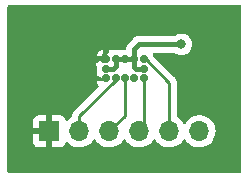
<source format=gbr>
%TF.GenerationSoftware,KiCad,Pcbnew,6.0.2+dfsg-1*%
%TF.CreationDate,2025-02-13T13:53:20+01:00*%
%TF.ProjectId,VL53L0X10,564c3533-4c30-4583-9130-2e6b69636164,rev?*%
%TF.SameCoordinates,Original*%
%TF.FileFunction,Copper,L1,Top*%
%TF.FilePolarity,Positive*%
%FSLAX46Y46*%
G04 Gerber Fmt 4.6, Leading zero omitted, Abs format (unit mm)*
G04 Created by KiCad (PCBNEW 6.0.2+dfsg-1) date 2025-02-13 13:53:20*
%MOMM*%
%LPD*%
G01*
G04 APERTURE LIST*
G04 Aperture macros list*
%AMRoundRect*
0 Rectangle with rounded corners*
0 $1 Rounding radius*
0 $2 $3 $4 $5 $6 $7 $8 $9 X,Y pos of 4 corners*
0 Add a 4 corners polygon primitive as box body*
4,1,4,$2,$3,$4,$5,$6,$7,$8,$9,$2,$3,0*
0 Add four circle primitives for the rounded corners*
1,1,$1+$1,$2,$3*
1,1,$1+$1,$4,$5*
1,1,$1+$1,$6,$7*
1,1,$1+$1,$8,$9*
0 Add four rect primitives between the rounded corners*
20,1,$1+$1,$2,$3,$4,$5,0*
20,1,$1+$1,$4,$5,$6,$7,0*
20,1,$1+$1,$6,$7,$8,$9,0*
20,1,$1+$1,$8,$9,$2,$3,0*%
G04 Aperture macros list end*
%TA.AperFunction,SMDPad,CuDef*%
%ADD10RoundRect,0.087500X-0.152500X-0.087500X0.152500X-0.087500X0.152500X0.087500X-0.152500X0.087500X0*%
%TD*%
%TA.AperFunction,SMDPad,CuDef*%
%ADD11RoundRect,0.150000X-0.150000X-0.150000X0.150000X-0.150000X0.150000X0.150000X-0.150000X0.150000X0*%
%TD*%
%TA.AperFunction,ComponentPad*%
%ADD12R,1.700000X1.700000*%
%TD*%
%TA.AperFunction,ComponentPad*%
%ADD13O,1.700000X1.700000*%
%TD*%
%TA.AperFunction,ViaPad*%
%ADD14C,0.800000*%
%TD*%
%TA.AperFunction,Conductor*%
%ADD15C,0.400000*%
%TD*%
%TA.AperFunction,Conductor*%
%ADD16C,0.250000*%
%TD*%
G04 APERTURE END LIST*
D10*
%TO.P,U1,1,AVDDVCSEL*%
%TO.N,+3V3*%
X146900000Y-97673000D03*
D11*
X147040000Y-97548000D03*
%TO.P,U1,2,AVSSVCSEL*%
%TO.N,GND*%
X147840000Y-97548000D03*
%TO.P,U1,3,GND*%
X148640000Y-97548000D03*
%TO.P,U1,4,GND*%
X149440000Y-97548000D03*
%TO.P,U1,5,XSHUT*%
%TO.N,/XSHUT*%
X150240000Y-97548000D03*
%TO.P,U1,6,GND*%
%TO.N,GND*%
X150240000Y-98348000D03*
%TO.P,U1,7,GPIO1*%
%TO.N,/GPIO1*%
X150240000Y-99148000D03*
%TO.P,U1,8,DNC*%
%TO.N,unconnected-(U1-Pad8)*%
X149440000Y-99148000D03*
%TO.P,U1,9,SDA*%
%TO.N,/SDA*%
X148640000Y-99148000D03*
%TO.P,U1,10,SCL*%
%TO.N,/SCL*%
X147840000Y-99148000D03*
%TO.P,U1,11,AVDD*%
%TO.N,+3V3*%
X147040000Y-99148000D03*
%TO.P,U1,12,GND*%
%TO.N,GND*%
X147040000Y-98348000D03*
%TD*%
D12*
%TO.P,J1,1,Pin_1*%
%TO.N,+3V3*%
X142240000Y-103632000D03*
D13*
%TO.P,J1,2,Pin_2*%
%TO.N,/SCL*%
X144780000Y-103632000D03*
%TO.P,J1,3,Pin_3*%
%TO.N,/SDA*%
X147320000Y-103632000D03*
%TO.P,J1,4,Pin_4*%
%TO.N,/GPIO1*%
X149860000Y-103632000D03*
%TO.P,J1,5,Pin_5*%
%TO.N,/XSHUT*%
X152400000Y-103632000D03*
%TO.P,J1,6,Pin_6*%
%TO.N,GND*%
X154940000Y-103632000D03*
%TD*%
D14*
%TO.N,+3V3*%
X145288000Y-98298000D03*
%TO.N,GND*%
X153416000Y-96266000D03*
%TD*%
D15*
%TO.N,GND*%
X147040000Y-98348000D02*
X147612000Y-98348000D01*
X149860000Y-96266000D02*
X153416000Y-96266000D01*
X149440000Y-97548000D02*
X149440000Y-98220000D01*
X149440000Y-96686000D02*
X149860000Y-96266000D01*
X147840000Y-98120000D02*
X147840000Y-97548000D01*
X149440000Y-98220000D02*
X149568000Y-98348000D01*
X147840000Y-97548000D02*
X148640000Y-97548000D01*
X148640000Y-97548000D02*
X149440000Y-97548000D01*
X149568000Y-98348000D02*
X150240000Y-98348000D01*
X147612000Y-98348000D02*
X147840000Y-98120000D01*
X149440000Y-97548000D02*
X149440000Y-96686000D01*
D16*
%TO.N,/XSHUT*%
X150240000Y-97548000D02*
X150411072Y-97548000D01*
X152400000Y-99536928D02*
X152400000Y-103632000D01*
X150411072Y-97548000D02*
X152400000Y-99536928D01*
%TO.N,/SCL*%
X144780000Y-102379072D02*
X144780000Y-103632000D01*
X147840000Y-99319072D02*
X144780000Y-102379072D01*
X147840000Y-99148000D02*
X147840000Y-99319072D01*
%TO.N,/SDA*%
X148640000Y-102312000D02*
X147320000Y-103632000D01*
X148640000Y-99148000D02*
X148640000Y-102312000D01*
%TO.N,/GPIO1*%
X150240000Y-103252000D02*
X149860000Y-103632000D01*
X150240000Y-99148000D02*
X150240000Y-103252000D01*
%TD*%
%TA.AperFunction,Conductor*%
%TO.N,+3V3*%
G36*
X158438121Y-92984002D02*
G01*
X158484614Y-93037658D01*
X158496000Y-93090000D01*
X158496000Y-107062000D01*
X158475998Y-107130121D01*
X158422342Y-107176614D01*
X158370000Y-107188000D01*
X138810000Y-107188000D01*
X138741879Y-107167998D01*
X138695386Y-107114342D01*
X138684000Y-107062000D01*
X138684000Y-104526669D01*
X140882001Y-104526669D01*
X140882371Y-104533490D01*
X140887895Y-104584352D01*
X140891521Y-104599604D01*
X140936676Y-104720054D01*
X140945214Y-104735649D01*
X141021715Y-104837724D01*
X141034276Y-104850285D01*
X141136351Y-104926786D01*
X141151946Y-104935324D01*
X141272394Y-104980478D01*
X141287649Y-104984105D01*
X141338514Y-104989631D01*
X141345328Y-104990000D01*
X141967885Y-104990000D01*
X141983124Y-104985525D01*
X141984329Y-104984135D01*
X141986000Y-104976452D01*
X141986000Y-104971884D01*
X142494000Y-104971884D01*
X142498475Y-104987123D01*
X142499865Y-104988328D01*
X142507548Y-104989999D01*
X143134669Y-104989999D01*
X143141490Y-104989629D01*
X143192352Y-104984105D01*
X143207604Y-104980479D01*
X143328054Y-104935324D01*
X143343649Y-104926786D01*
X143445724Y-104850285D01*
X143458285Y-104837724D01*
X143534786Y-104735649D01*
X143543324Y-104720054D01*
X143584225Y-104610952D01*
X143626867Y-104554188D01*
X143693428Y-104529488D01*
X143762777Y-104544696D01*
X143797444Y-104572684D01*
X143822865Y-104602031D01*
X143822869Y-104602035D01*
X143826250Y-104605938D01*
X143998126Y-104748632D01*
X144191000Y-104861338D01*
X144399692Y-104941030D01*
X144404760Y-104942061D01*
X144404763Y-104942062D01*
X144512017Y-104963883D01*
X144618597Y-104985567D01*
X144623772Y-104985757D01*
X144623774Y-104985757D01*
X144836673Y-104993564D01*
X144836677Y-104993564D01*
X144841837Y-104993753D01*
X144846957Y-104993097D01*
X144846959Y-104993097D01*
X145058288Y-104966025D01*
X145058289Y-104966025D01*
X145063416Y-104965368D01*
X145068366Y-104963883D01*
X145272429Y-104902661D01*
X145272434Y-104902659D01*
X145277384Y-104901174D01*
X145477994Y-104802896D01*
X145659860Y-104673173D01*
X145818096Y-104515489D01*
X145948453Y-104334077D01*
X145949776Y-104335028D01*
X145996645Y-104291857D01*
X146066580Y-104279625D01*
X146132026Y-104307144D01*
X146159875Y-104338994D01*
X146219987Y-104437088D01*
X146366250Y-104605938D01*
X146538126Y-104748632D01*
X146731000Y-104861338D01*
X146939692Y-104941030D01*
X146944760Y-104942061D01*
X146944763Y-104942062D01*
X147052017Y-104963883D01*
X147158597Y-104985567D01*
X147163772Y-104985757D01*
X147163774Y-104985757D01*
X147376673Y-104993564D01*
X147376677Y-104993564D01*
X147381837Y-104993753D01*
X147386957Y-104993097D01*
X147386959Y-104993097D01*
X147598288Y-104966025D01*
X147598289Y-104966025D01*
X147603416Y-104965368D01*
X147608366Y-104963883D01*
X147812429Y-104902661D01*
X147812434Y-104902659D01*
X147817384Y-104901174D01*
X148017994Y-104802896D01*
X148199860Y-104673173D01*
X148358096Y-104515489D01*
X148488453Y-104334077D01*
X148489776Y-104335028D01*
X148536645Y-104291857D01*
X148606580Y-104279625D01*
X148672026Y-104307144D01*
X148699875Y-104338994D01*
X148759987Y-104437088D01*
X148906250Y-104605938D01*
X149078126Y-104748632D01*
X149271000Y-104861338D01*
X149479692Y-104941030D01*
X149484760Y-104942061D01*
X149484763Y-104942062D01*
X149592017Y-104963883D01*
X149698597Y-104985567D01*
X149703772Y-104985757D01*
X149703774Y-104985757D01*
X149916673Y-104993564D01*
X149916677Y-104993564D01*
X149921837Y-104993753D01*
X149926957Y-104993097D01*
X149926959Y-104993097D01*
X150138288Y-104966025D01*
X150138289Y-104966025D01*
X150143416Y-104965368D01*
X150148366Y-104963883D01*
X150352429Y-104902661D01*
X150352434Y-104902659D01*
X150357384Y-104901174D01*
X150557994Y-104802896D01*
X150739860Y-104673173D01*
X150898096Y-104515489D01*
X151028453Y-104334077D01*
X151029776Y-104335028D01*
X151076645Y-104291857D01*
X151146580Y-104279625D01*
X151212026Y-104307144D01*
X151239875Y-104338994D01*
X151299987Y-104437088D01*
X151446250Y-104605938D01*
X151618126Y-104748632D01*
X151811000Y-104861338D01*
X152019692Y-104941030D01*
X152024760Y-104942061D01*
X152024763Y-104942062D01*
X152132017Y-104963883D01*
X152238597Y-104985567D01*
X152243772Y-104985757D01*
X152243774Y-104985757D01*
X152456673Y-104993564D01*
X152456677Y-104993564D01*
X152461837Y-104993753D01*
X152466957Y-104993097D01*
X152466959Y-104993097D01*
X152678288Y-104966025D01*
X152678289Y-104966025D01*
X152683416Y-104965368D01*
X152688366Y-104963883D01*
X152892429Y-104902661D01*
X152892434Y-104902659D01*
X152897384Y-104901174D01*
X153097994Y-104802896D01*
X153279860Y-104673173D01*
X153438096Y-104515489D01*
X153568453Y-104334077D01*
X153569776Y-104335028D01*
X153616645Y-104291857D01*
X153686580Y-104279625D01*
X153752026Y-104307144D01*
X153779875Y-104338994D01*
X153839987Y-104437088D01*
X153986250Y-104605938D01*
X154158126Y-104748632D01*
X154351000Y-104861338D01*
X154559692Y-104941030D01*
X154564760Y-104942061D01*
X154564763Y-104942062D01*
X154672017Y-104963883D01*
X154778597Y-104985567D01*
X154783772Y-104985757D01*
X154783774Y-104985757D01*
X154996673Y-104993564D01*
X154996677Y-104993564D01*
X155001837Y-104993753D01*
X155006957Y-104993097D01*
X155006959Y-104993097D01*
X155218288Y-104966025D01*
X155218289Y-104966025D01*
X155223416Y-104965368D01*
X155228366Y-104963883D01*
X155432429Y-104902661D01*
X155432434Y-104902659D01*
X155437384Y-104901174D01*
X155637994Y-104802896D01*
X155819860Y-104673173D01*
X155978096Y-104515489D01*
X156108453Y-104334077D01*
X156129320Y-104291857D01*
X156205136Y-104138453D01*
X156205137Y-104138451D01*
X156207430Y-104133811D01*
X156272370Y-103920069D01*
X156301529Y-103698590D01*
X156303156Y-103632000D01*
X156284852Y-103409361D01*
X156230431Y-103192702D01*
X156141354Y-102987840D01*
X156020014Y-102800277D01*
X155869670Y-102635051D01*
X155865616Y-102631849D01*
X155865615Y-102631848D01*
X155698414Y-102499800D01*
X155698410Y-102499798D01*
X155694359Y-102496598D01*
X155689831Y-102494098D01*
X155573988Y-102430150D01*
X155498789Y-102388638D01*
X155493920Y-102386914D01*
X155493916Y-102386912D01*
X155293087Y-102315795D01*
X155293083Y-102315794D01*
X155288212Y-102314069D01*
X155283119Y-102313162D01*
X155283116Y-102313161D01*
X155073373Y-102275800D01*
X155073367Y-102275799D01*
X155068284Y-102274894D01*
X154994452Y-102273992D01*
X154850081Y-102272228D01*
X154850079Y-102272228D01*
X154844911Y-102272165D01*
X154624091Y-102305955D01*
X154411756Y-102375357D01*
X154381443Y-102391137D01*
X154237975Y-102465822D01*
X154213607Y-102478507D01*
X154209474Y-102481610D01*
X154209471Y-102481612D01*
X154039100Y-102609530D01*
X154034965Y-102612635D01*
X153880629Y-102774138D01*
X153773201Y-102931621D01*
X153718293Y-102976621D01*
X153647768Y-102984792D01*
X153584021Y-102953538D01*
X153563324Y-102929054D01*
X153482822Y-102804617D01*
X153482820Y-102804614D01*
X153480014Y-102800277D01*
X153329670Y-102635051D01*
X153325616Y-102631849D01*
X153325615Y-102631848D01*
X153158414Y-102499800D01*
X153158410Y-102499798D01*
X153154359Y-102496598D01*
X153149835Y-102494101D01*
X153149831Y-102494098D01*
X153098608Y-102465822D01*
X153048636Y-102415390D01*
X153033500Y-102355513D01*
X153033500Y-99615695D01*
X153034027Y-99604512D01*
X153035702Y-99597019D01*
X153033562Y-99528928D01*
X153033500Y-99524971D01*
X153033500Y-99497072D01*
X153032996Y-99493081D01*
X153032063Y-99481239D01*
X153030923Y-99444964D01*
X153030674Y-99437039D01*
X153028462Y-99429425D01*
X153028461Y-99429420D01*
X153025023Y-99417587D01*
X153021012Y-99398223D01*
X153019467Y-99385992D01*
X153018474Y-99378131D01*
X153015557Y-99370764D01*
X153015556Y-99370759D01*
X153002198Y-99337020D01*
X152998354Y-99325793D01*
X152993220Y-99308123D01*
X152986018Y-99283335D01*
X152981697Y-99276028D01*
X152975707Y-99265900D01*
X152967012Y-99248152D01*
X152959552Y-99229311D01*
X152933564Y-99193541D01*
X152927048Y-99183621D01*
X152908580Y-99152393D01*
X152908578Y-99152390D01*
X152904542Y-99145566D01*
X152890221Y-99131245D01*
X152877380Y-99116211D01*
X152870131Y-99106234D01*
X152865472Y-99099821D01*
X152831395Y-99071630D01*
X152822616Y-99063640D01*
X151065333Y-97306357D01*
X151033431Y-97252414D01*
X150999509Y-97135652D01*
X150999712Y-97064656D01*
X151038266Y-97005040D01*
X151102931Y-96975732D01*
X151120506Y-96974500D01*
X152804595Y-96974500D01*
X152872716Y-96994502D01*
X152878656Y-96998564D01*
X152959248Y-97057118D01*
X152965276Y-97059802D01*
X152965278Y-97059803D01*
X153117493Y-97127573D01*
X153133712Y-97134794D01*
X153227113Y-97154647D01*
X153314056Y-97173128D01*
X153314061Y-97173128D01*
X153320513Y-97174500D01*
X153511487Y-97174500D01*
X153517939Y-97173128D01*
X153517944Y-97173128D01*
X153604887Y-97154647D01*
X153698288Y-97134794D01*
X153714507Y-97127573D01*
X153866722Y-97059803D01*
X153866724Y-97059802D01*
X153872752Y-97057118D01*
X154027253Y-96944866D01*
X154155040Y-96802944D01*
X154250527Y-96637556D01*
X154309542Y-96455928D01*
X154314551Y-96408275D01*
X154328814Y-96272565D01*
X154329504Y-96266000D01*
X154323454Y-96208439D01*
X154310232Y-96082635D01*
X154310232Y-96082633D01*
X154309542Y-96076072D01*
X154250527Y-95894444D01*
X154155040Y-95729056D01*
X154089538Y-95656308D01*
X154031675Y-95592045D01*
X154031674Y-95592044D01*
X154027253Y-95587134D01*
X153872752Y-95474882D01*
X153866724Y-95472198D01*
X153866722Y-95472197D01*
X153704319Y-95399891D01*
X153704318Y-95399891D01*
X153698288Y-95397206D01*
X153604888Y-95377353D01*
X153517944Y-95358872D01*
X153517939Y-95358872D01*
X153511487Y-95357500D01*
X153320513Y-95357500D01*
X153314061Y-95358872D01*
X153314056Y-95358872D01*
X153227113Y-95377353D01*
X153133712Y-95397206D01*
X153127682Y-95399891D01*
X153127681Y-95399891D01*
X152965278Y-95472197D01*
X152965276Y-95472198D01*
X152959248Y-95474882D01*
X152953907Y-95478762D01*
X152953906Y-95478763D01*
X152878656Y-95533436D01*
X152811789Y-95557294D01*
X152804595Y-95557500D01*
X149888927Y-95557500D01*
X149880358Y-95557208D01*
X149830225Y-95553790D01*
X149830221Y-95553790D01*
X149822648Y-95553274D01*
X149759681Y-95564264D01*
X149753169Y-95565224D01*
X149689758Y-95572898D01*
X149682657Y-95575581D01*
X149680048Y-95576222D01*
X149663715Y-95580691D01*
X149661195Y-95581452D01*
X149653717Y-95582757D01*
X149646765Y-95585809D01*
X149646764Y-95585809D01*
X149595204Y-95608441D01*
X149589099Y-95610932D01*
X149536456Y-95630825D01*
X149536452Y-95630827D01*
X149529344Y-95633513D01*
X149523083Y-95637816D01*
X149520717Y-95639053D01*
X149505937Y-95647280D01*
X149503652Y-95648631D01*
X149496695Y-95651685D01*
X149490675Y-95656305D01*
X149490669Y-95656308D01*
X149459542Y-95680194D01*
X149445998Y-95690587D01*
X149440668Y-95694459D01*
X149394280Y-95726339D01*
X149394275Y-95726344D01*
X149388019Y-95730643D01*
X149382968Y-95736313D01*
X149382966Y-95736314D01*
X149346565Y-95777170D01*
X149341584Y-95782446D01*
X148959480Y-96164550D01*
X148953215Y-96170404D01*
X148909615Y-96208439D01*
X148905248Y-96214653D01*
X148872872Y-96260719D01*
X148868939Y-96266014D01*
X148829524Y-96316282D01*
X148826401Y-96323198D01*
X148825017Y-96325484D01*
X148816643Y-96340165D01*
X148815378Y-96342525D01*
X148811010Y-96348739D01*
X148808250Y-96355818D01*
X148808249Y-96355820D01*
X148787798Y-96408275D01*
X148785247Y-96414344D01*
X148758955Y-96472573D01*
X148757571Y-96480040D01*
X148756770Y-96482595D01*
X148752141Y-96498848D01*
X148751478Y-96501428D01*
X148748718Y-96508509D01*
X148747727Y-96516040D01*
X148747726Y-96516042D01*
X148740379Y-96571852D01*
X148739347Y-96578367D01*
X148728580Y-96636461D01*
X148696499Y-96699797D01*
X148635269Y-96735733D01*
X148604690Y-96739500D01*
X148423498Y-96739500D01*
X148421050Y-96739693D01*
X148421042Y-96739693D01*
X148392579Y-96741933D01*
X148392574Y-96741934D01*
X148386169Y-96742438D01*
X148275153Y-96774691D01*
X148204847Y-96774691D01*
X148093831Y-96742438D01*
X148087426Y-96741934D01*
X148087421Y-96741933D01*
X148058958Y-96739693D01*
X148058950Y-96739693D01*
X148056502Y-96739500D01*
X147623498Y-96739500D01*
X147621050Y-96739693D01*
X147621042Y-96739693D01*
X147592582Y-96741933D01*
X147592579Y-96741933D01*
X147586169Y-96742438D01*
X147579993Y-96744232D01*
X147579989Y-96744233D01*
X147474256Y-96774951D01*
X147403951Y-96774951D01*
X147311395Y-96748061D01*
X147297294Y-96748101D01*
X147294000Y-96755370D01*
X147294000Y-96810550D01*
X147273998Y-96878671D01*
X147257095Y-96899645D01*
X147165547Y-96991193D01*
X147161511Y-96998017D01*
X147161509Y-96998020D01*
X147126559Y-97057118D01*
X147080855Y-97134399D01*
X147034438Y-97294169D01*
X147033934Y-97300574D01*
X147033933Y-97300579D01*
X147031693Y-97329042D01*
X147031500Y-97331498D01*
X147031500Y-97413500D01*
X147011498Y-97481621D01*
X146957842Y-97528114D01*
X146905500Y-97539500D01*
X146823498Y-97539500D01*
X146821050Y-97539693D01*
X146821042Y-97539693D01*
X146792579Y-97541933D01*
X146792574Y-97541934D01*
X146786169Y-97542438D01*
X146686231Y-97571472D01*
X146634012Y-97586643D01*
X146634010Y-97586644D01*
X146626399Y-97588855D01*
X146619572Y-97592892D01*
X146619573Y-97592892D01*
X146490020Y-97669509D01*
X146490017Y-97669511D01*
X146483193Y-97673547D01*
X146365547Y-97791193D01*
X146361511Y-97798018D01*
X146360572Y-97799228D01*
X146303016Y-97840793D01*
X146261014Y-97848000D01*
X146176496Y-97848000D01*
X146162725Y-97852044D01*
X146160696Y-97865583D01*
X146166249Y-97907770D01*
X146170487Y-97923585D01*
X146223932Y-98052615D01*
X146233135Y-98110717D01*
X146232099Y-98123887D01*
X146231500Y-98131498D01*
X146231500Y-98564502D01*
X146234438Y-98601831D01*
X146236232Y-98608007D01*
X146236233Y-98608011D01*
X146266951Y-98713744D01*
X146266951Y-98784049D01*
X146240061Y-98876605D01*
X146240101Y-98890706D01*
X146247370Y-98894000D01*
X146302550Y-98894000D01*
X146370671Y-98914002D01*
X146391645Y-98930905D01*
X146483193Y-99022453D01*
X146490017Y-99026489D01*
X146490020Y-99026491D01*
X146582753Y-99081333D01*
X146626399Y-99107145D01*
X146634010Y-99109356D01*
X146634012Y-99109357D01*
X146725616Y-99135970D01*
X146782331Y-99152447D01*
X146782333Y-99152448D01*
X146786169Y-99153562D01*
X146785962Y-99154274D01*
X146844963Y-99183968D01*
X146881058Y-99245104D01*
X146878371Y-99316050D01*
X146837753Y-99374280D01*
X146772102Y-99401307D01*
X146758905Y-99402000D01*
X146253122Y-99402000D01*
X146239591Y-99405973D01*
X146238456Y-99413871D01*
X146279107Y-99553790D01*
X146285352Y-99568221D01*
X146361911Y-99697678D01*
X146371551Y-99710104D01*
X146373212Y-99711765D01*
X146374098Y-99713387D01*
X146376407Y-99716364D01*
X146375927Y-99716737D01*
X146407238Y-99774077D01*
X146402173Y-99844892D01*
X146373212Y-99889955D01*
X144387747Y-101875420D01*
X144379461Y-101882960D01*
X144372982Y-101887072D01*
X144367557Y-101892849D01*
X144326357Y-101936723D01*
X144323602Y-101939565D01*
X144303865Y-101959302D01*
X144301385Y-101962499D01*
X144293682Y-101971519D01*
X144263414Y-102003751D01*
X144259595Y-102010697D01*
X144259593Y-102010700D01*
X144253652Y-102021506D01*
X144242801Y-102038025D01*
X144230386Y-102054031D01*
X144227241Y-102061300D01*
X144227238Y-102061304D01*
X144212826Y-102094609D01*
X144207609Y-102105259D01*
X144186305Y-102144012D01*
X144184334Y-102151687D01*
X144184334Y-102151688D01*
X144181267Y-102163634D01*
X144174863Y-102182338D01*
X144166819Y-102200927D01*
X144165580Y-102208750D01*
X144165577Y-102208760D01*
X144159901Y-102244596D01*
X144157495Y-102256216D01*
X144151416Y-102279895D01*
X144146500Y-102299042D01*
X144146500Y-102319296D01*
X144144949Y-102339006D01*
X144141780Y-102359015D01*
X144142039Y-102361752D01*
X144120627Y-102427022D01*
X144074999Y-102467371D01*
X144053607Y-102478507D01*
X144049474Y-102481610D01*
X144049471Y-102481612D01*
X143879100Y-102609530D01*
X143874965Y-102612635D01*
X143871393Y-102616373D01*
X143793898Y-102697466D01*
X143732374Y-102732895D01*
X143661462Y-102729438D01*
X143603676Y-102688192D01*
X143584823Y-102654644D01*
X143543324Y-102543946D01*
X143534786Y-102528351D01*
X143458285Y-102426276D01*
X143445724Y-102413715D01*
X143343649Y-102337214D01*
X143328054Y-102328676D01*
X143207606Y-102283522D01*
X143192351Y-102279895D01*
X143141486Y-102274369D01*
X143134672Y-102274000D01*
X142512115Y-102274000D01*
X142496876Y-102278475D01*
X142495671Y-102279865D01*
X142494000Y-102287548D01*
X142494000Y-104971884D01*
X141986000Y-104971884D01*
X141986000Y-103904115D01*
X141981525Y-103888876D01*
X141980135Y-103887671D01*
X141972452Y-103886000D01*
X140900116Y-103886000D01*
X140884877Y-103890475D01*
X140883672Y-103891865D01*
X140882001Y-103899548D01*
X140882001Y-104526669D01*
X138684000Y-104526669D01*
X138684000Y-103359885D01*
X140882000Y-103359885D01*
X140886475Y-103375124D01*
X140887865Y-103376329D01*
X140895548Y-103378000D01*
X141967885Y-103378000D01*
X141983124Y-103373525D01*
X141984329Y-103372135D01*
X141986000Y-103364452D01*
X141986000Y-102292116D01*
X141981525Y-102276877D01*
X141980135Y-102275672D01*
X141972452Y-102274001D01*
X141345331Y-102274001D01*
X141338510Y-102274371D01*
X141287648Y-102279895D01*
X141272396Y-102283521D01*
X141151946Y-102328676D01*
X141136351Y-102337214D01*
X141034276Y-102413715D01*
X141021715Y-102426276D01*
X140945214Y-102528351D01*
X140936676Y-102543946D01*
X140891522Y-102664394D01*
X140887895Y-102679649D01*
X140882369Y-102730514D01*
X140882000Y-102737328D01*
X140882000Y-103359885D01*
X138684000Y-103359885D01*
X138684000Y-97480040D01*
X146160745Y-97480040D01*
X146162956Y-97494222D01*
X146174986Y-97497677D01*
X146189124Y-97493525D01*
X146190329Y-97492135D01*
X146192000Y-97484452D01*
X146192000Y-97420000D01*
X146212002Y-97351879D01*
X146265658Y-97305386D01*
X146318000Y-97294000D01*
X146706885Y-97294000D01*
X146722124Y-97289525D01*
X146723329Y-97288135D01*
X146725000Y-97280452D01*
X146725000Y-97056914D01*
X146745002Y-96988793D01*
X146760782Y-96975120D01*
X146758896Y-96973486D01*
X146784329Y-96944135D01*
X146786000Y-96936452D01*
X146786000Y-96761122D01*
X146782027Y-96747591D01*
X146774129Y-96746456D01*
X146634210Y-96787107D01*
X146619779Y-96793352D01*
X146490322Y-96869911D01*
X146477896Y-96879551D01*
X146371551Y-96985896D01*
X146361911Y-96998322D01*
X146285353Y-97127777D01*
X146279107Y-97142211D01*
X146250418Y-97240956D01*
X146235311Y-97270802D01*
X146236486Y-97271480D01*
X146230030Y-97282661D01*
X146228435Y-97297500D01*
X146205355Y-97357732D01*
X146186380Y-97384045D01*
X146170488Y-97422412D01*
X146166249Y-97438232D01*
X146160745Y-97480040D01*
X138684000Y-97480040D01*
X138684000Y-93090000D01*
X138704002Y-93021879D01*
X138757658Y-92975386D01*
X138810000Y-92964000D01*
X158370000Y-92964000D01*
X158438121Y-92984002D01*
G37*
%TD.AperFunction*%
%TD*%
M02*

</source>
